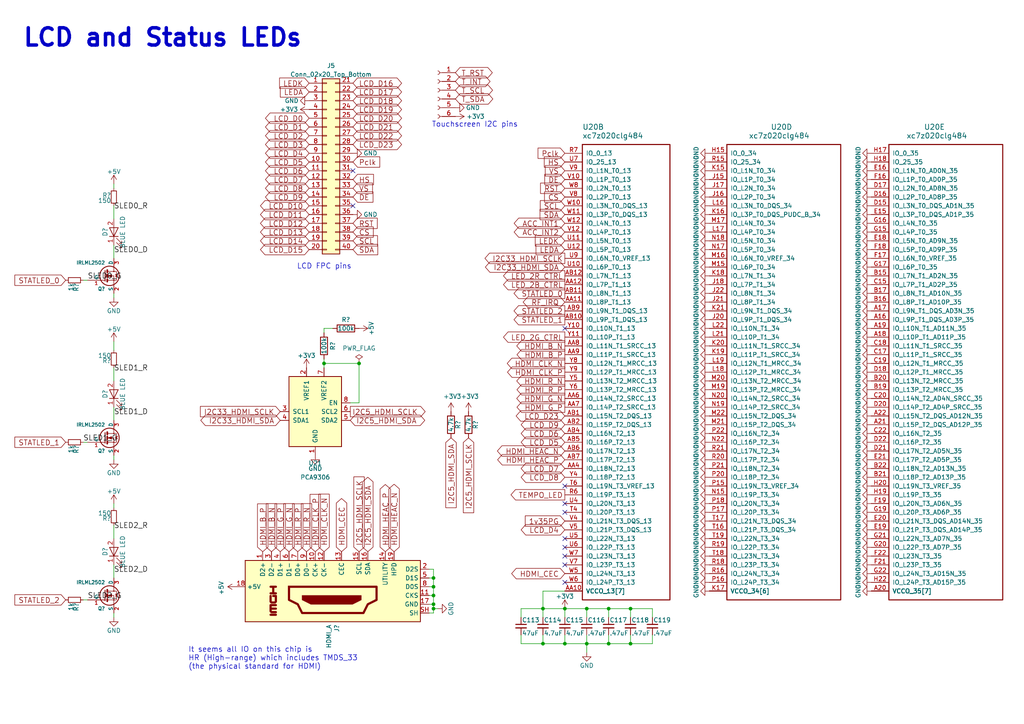
<source format=kicad_sch>
(kicad_sch (version 20230121) (generator eeschema)
  (paper "A4")
  (junction (at 176.53 186.69))
  (junction (at 125.73 170.18))
  (junction (at 163.83 186.69))
  (junction (at 170.18 186.69))
  (junction (at 182.88 176.53))
  (junction (at 104.14 105.41))
  (junction (at 157.48 186.69))
  (junction (at 182.88 186.69))
  (junction (at 93.98 105.41))
  (junction (at 125.73 176.53))
  (junction (at 157.48 176.53))
  (junction (at 125.73 175.26))
  (junction (at 163.83 176.53))
  (junction (at 125.73 167.64))
  (junction (at 170.18 176.53))
  (junction (at 176.53 176.53))
  (junction (at 125.73 172.72))
  (no_connect (at 163.83 168.91))
  (no_connect (at 102.362 49.53))
  (no_connect (at 163.83 140.97))
  (no_connect (at 163.83 158.75))
  (no_connect (at 163.83 163.83))
  (no_connect (at 163.83 148.59))
  (no_connect (at 163.83 95.25))
  (no_connect (at 163.83 146.05))
  (no_connect (at 163.83 156.21))
  (no_connect (at 102.362 59.69))
  (no_connect (at 163.83 161.29))
  (wire (pts (xy 157.48 176.53) (xy 157.48 179.07)))
  (wire (pts (xy 93.98 105.41) (xy 93.98 106.68)))
  (wire (pts (xy 124.46 167.64) (xy 125.73 167.64)))
  (wire (pts (xy 163.83 186.69) (xy 170.18 186.69)))
  (wire (pts (xy 170.18 176.53) (xy 170.18 179.07)))
  (wire (pts (xy 33.02 59.69) (xy 33.02 63.5)))
  (wire (pts (xy 170.18 176.53) (xy 176.53 176.53)))
  (wire (pts (xy 33.02 147.32) (xy 33.02 146.05)))
  (wire (pts (xy 163.83 184.15) (xy 163.83 186.69)))
  (wire (pts (xy 127 176.53) (xy 125.73 176.53)))
  (wire (pts (xy 24.13 128.27) (xy 25.4 128.27)))
  (wire (pts (xy 33.02 163.83) (xy 33.02 167.64)))
  (wire (pts (xy 93.98 95.25) (xy 93.98 96.52)))
  (wire (pts (xy 33.02 132.08) (xy 33.02 133.35)))
  (wire (pts (xy 176.53 186.69) (xy 182.88 186.69)))
  (wire (pts (xy 157.48 184.15) (xy 157.48 186.69)))
  (wire (pts (xy 125.73 167.64) (xy 125.73 165.1)))
  (wire (pts (xy 33.02 152.4) (xy 33.02 156.21)))
  (wire (pts (xy 157.48 171.45) (xy 157.48 176.53)))
  (wire (pts (xy 125.73 176.53) (xy 125.73 175.26)))
  (wire (pts (xy 124.46 177.8) (xy 125.73 177.8)))
  (wire (pts (xy 182.88 176.53) (xy 189.23 176.53)))
  (wire (pts (xy 124.46 170.18) (xy 125.73 170.18)))
  (wire (pts (xy 93.98 104.14) (xy 93.98 105.41)))
  (wire (pts (xy 182.88 179.07) (xy 182.88 176.53)))
  (wire (pts (xy 182.88 186.69) (xy 189.23 186.69)))
  (wire (pts (xy 151.13 176.53) (xy 157.48 176.53)))
  (wire (pts (xy 157.48 176.53) (xy 163.83 176.53)))
  (wire (pts (xy 24.13 81.28) (xy 25.4 81.28)))
  (wire (pts (xy 124.46 172.72) (xy 125.73 172.72)))
  (wire (pts (xy 170.18 186.69) (xy 170.18 189.23)))
  (wire (pts (xy 33.02 118.11) (xy 33.02 121.92)))
  (wire (pts (xy 125.73 175.26) (xy 125.73 172.72)))
  (wire (pts (xy 189.23 176.53) (xy 189.23 179.07)))
  (wire (pts (xy 182.88 184.15) (xy 182.88 186.69)))
  (wire (pts (xy 96.52 95.25) (xy 93.98 95.25)))
  (wire (pts (xy 125.73 165.1) (xy 124.46 165.1)))
  (wire (pts (xy 176.53 176.53) (xy 182.88 176.53)))
  (wire (pts (xy 125.73 177.8) (xy 125.73 176.53)))
  (wire (pts (xy 151.13 186.69) (xy 157.48 186.69)))
  (wire (pts (xy 163.83 176.53) (xy 170.18 176.53)))
  (wire (pts (xy 33.02 85.09) (xy 33.02 86.36)))
  (wire (pts (xy 189.23 186.69) (xy 189.23 184.15)))
  (wire (pts (xy 33.02 99.06) (xy 33.02 101.6)))
  (wire (pts (xy 163.83 176.53) (xy 163.83 179.07)))
  (wire (pts (xy 33.02 177.8) (xy 33.02 179.07)))
  (wire (pts (xy 104.14 116.84) (xy 101.6 116.84)))
  (wire (pts (xy 125.73 172.72) (xy 125.73 170.18)))
  (wire (pts (xy 125.73 170.18) (xy 125.73 167.64)))
  (wire (pts (xy 104.14 105.41) (xy 104.14 116.84)))
  (wire (pts (xy 33.02 71.12) (xy 33.02 74.93)))
  (wire (pts (xy 170.18 184.15) (xy 170.18 186.69)))
  (wire (pts (xy 33.02 106.68) (xy 33.02 110.49)))
  (wire (pts (xy 176.53 184.15) (xy 176.53 186.69)))
  (wire (pts (xy 33.02 54.61) (xy 33.02 53.34)))
  (wire (pts (xy 93.98 105.41) (xy 104.14 105.41)))
  (wire (pts (xy 24.13 173.99) (xy 25.4 173.99)))
  (wire (pts (xy 157.48 186.69) (xy 163.83 186.69)))
  (wire (pts (xy 176.53 176.53) (xy 176.53 179.07)))
  (wire (pts (xy 163.83 171.45) (xy 157.48 171.45)))
  (wire (pts (xy 151.13 186.69) (xy 151.13 184.15)))
  (wire (pts (xy 170.18 186.69) (xy 176.53 186.69)))
  (wire (pts (xy 125.73 175.26) (xy 124.46 175.26)))
  (wire (pts (xy 151.13 179.07) (xy 151.13 176.53)))
  (text "It seems all IO on this chip is \nHR (High-range) which includes TMDS_33\n(the physical standard for HDMI)" (at 54.61 194.31 0) (effects (font (size 1.524 1.524)) (justify left bottom)))
  (text "LCD FPC pins " (at 86.106 78.232 0) (effects (font (size 1.524 1.524)) (justify left bottom)))
  (text "Touchscreen I2C pins\n" (at 125.222 37.084 0) (effects (font (size 1.524 1.524)) (justify left bottom)))
  (text "LCD and Status LEDs" (at 6.35 13.97 0) (effects (font (size 5.0038 5.0038) (thickness 1.0008) bold) (justify left bottom)))
  (label "SLED1_G" (at 24.13 128.27 0) (effects (font (size 1.524 1.524))))
  (label "SLED2_D" (at 33.02 166.37 0) (effects (font (size 1.524 1.524))))
  (label "SLED0_G" (at 25.4 81.28 0) (effects (font (size 1.524 1.524))))
  (label "SLED0_D" (at 33.02 73.66 0) (effects (font (size 1.524 1.524))))
  (label "SLED2_G" (at 25.4 173.99 0) (effects (font (size 1.524 1.524))))
  (label "SLED2_R" (at 33.02 153.67 0) (effects (font (size 1.524 1.524))))
  (label "SLED1_D" (at 33.02 120.65 0) (effects (font (size 1.524 1.524))))
  (label "SLED0_R" (at 33.02 60.96 0) (effects (font (size 1.524 1.524))))
  (label "SLED1_R" (at 33.02 107.95 0) (effects (font (size 1.524 1.524))))
  (global_label "HDMI_R_P" (shape input) (at 86.36 160.02 90) (effects (font (size 1.524 1.524))) (property "Intersheetrefs" "${INTERSHEET_REFS}" (effects hide)))
  (global_label "LED_2B_CTRL" (shape output) (at 163.83 82.55 180) (effects (font (size 1.524 1.524))) (property "Intersheetrefs" "${INTERSHEET_REFS}" (effects hide)))
  (global_label "LED_2G_CTRL" (shape output) (at 163.83 97.79 180) (effects (font (size 1.524 1.524))) (property "Intersheetrefs" "${INTERSHEET_REFS}" (effects hide)))
  (global_label "LCD_D6" (shape bidirectional) (at 163.83 125.73 180) (effects (font (size 1.524 1.524))) (property "Intersheetrefs" "${INTERSHEET_REFS}" (effects hide)))
  (global_label "LCD_D11" (shape bidirectional) (at 89.662 62.23 180) (effects (font (size 1.524 1.524))) (property "Intersheetrefs" "${INTERSHEET_REFS}" (effects hide)))
  (global_label "LCD_D23" (shape bidirectional) (at 102.362 41.91 0) (effects (font (size 1.524 1.524))) (property "Intersheetrefs" "${INTERSHEET_REFS}" (effects hide)))
  (global_label "HDMI_CLK_P" (shape output) (at 163.83 107.95 180) (effects (font (size 1.524 1.524))) (property "Intersheetrefs" "${INTERSHEET_REFS}" (effects hide)))
  (global_label "LCD_D9" (shape bidirectional) (at 163.83 123.19 180) (effects (font (size 1.524 1.524))) (property "Intersheetrefs" "${INTERSHEET_REFS}" (effects hide)))
  (global_label "I2C5_HDMI_SDA" (shape bidirectional) (at 106.68 160.02 90) (effects (font (size 1.524 1.524))) (property "Intersheetrefs" "${INTERSHEET_REFS}" (effects hide)))
  (global_label "T_SCL" (shape bidirectional) (at 132.08 26.162 0) (effects (font (size 1.524 1.524))) (property "Intersheetrefs" "${INTERSHEET_REFS}" (effects hide)))
  (global_label "I2C33_HDMI_SCLK" (shape input) (at 81.28 119.38 180) (effects (font (size 1.524 1.524))) (property "Intersheetrefs" "${INTERSHEET_REFS}" (effects hide)))
  (global_label "TEMPO_LED" (shape output) (at 163.83 143.51 180) (effects (font (size 1.524 1.524))) (property "Intersheetrefs" "${INTERSHEET_REFS}" (effects hide)))
  (global_label "SDA" (shape input) (at 163.83 62.23 180) (effects (font (size 1.524 1.524))) (property "Intersheetrefs" "${INTERSHEET_REFS}" (effects hide)))
  (global_label "LCD_D2" (shape bidirectional) (at 89.662 39.37 180) (effects (font (size 1.524 1.524))) (property "Intersheetrefs" "${INTERSHEET_REFS}" (effects hide)))
  (global_label "Pclk" (shape input) (at 163.83 44.45 180) (effects (font (size 1.524 1.524))) (property "Intersheetrefs" "${INTERSHEET_REFS}" (effects hide)))
  (global_label "HDMI_CLK_P" (shape input) (at 91.44 160.02 90) (effects (font (size 1.524 1.524))) (property "Intersheetrefs" "${INTERSHEET_REFS}" (effects hide)))
  (global_label "HDMI_R_N" (shape output) (at 163.83 110.49 180) (effects (font (size 1.524 1.524))) (property "Intersheetrefs" "${INTERSHEET_REFS}" (effects hide)))
  (global_label "HDMI_B_P" (shape output) (at 163.83 102.87 180) (effects (font (size 1.524 1.524))) (property "Intersheetrefs" "${INTERSHEET_REFS}" (effects hide)))
  (global_label "RST" (shape input) (at 163.83 54.61 180) (effects (font (size 1.524 1.524))) (property "Intersheetrefs" "${INTERSHEET_REFS}" (effects hide)))
  (global_label "T_INT" (shape bidirectional) (at 132.08 23.622 0) (effects (font (size 1.524 1.524))) (property "Intersheetrefs" "${INTERSHEET_REFS}" (effects hide)))
  (global_label "HDMI_B_P" (shape input) (at 76.2 160.02 90) (effects (font (size 1.524 1.524))) (property "Intersheetrefs" "${INTERSHEET_REFS}" (effects hide)))
  (global_label "LCD_D8" (shape bidirectional) (at 89.662 54.61 180) (effects (font (size 1.524 1.524))) (property "Intersheetrefs" "${INTERSHEET_REFS}" (effects hide)))
  (global_label "LED_2R_CTRL" (shape output) (at 163.83 80.01 180) (effects (font (size 1.524 1.524))) (property "Intersheetrefs" "${INTERSHEET_REFS}" (effects hide)))
  (global_label "HDMI_B_N" (shape input) (at 78.74 160.02 90) (effects (font (size 1.524 1.524))) (property "Intersheetrefs" "${INTERSHEET_REFS}" (effects hide)))
  (global_label "Pclk" (shape input) (at 102.362 46.99 0) (effects (font (size 1.524 1.524))) (property "Intersheetrefs" "${INTERSHEET_REFS}" (effects hide)))
  (global_label "LEDK" (shape input) (at 163.83 69.85 180) (effects (font (size 1.524 1.524))) (property "Intersheetrefs" "${INTERSHEET_REFS}" (effects hide)))
  (global_label "STATLED_0" (shape input) (at 19.05 81.28 180) (effects (font (size 1.524 1.524))) (property "Intersheetrefs" "${INTERSHEET_REFS}" (effects hide)))
  (global_label "LCD_D1" (shape bidirectional) (at 89.662 36.83 180) (effects (font (size 1.524 1.524))) (property "Intersheetrefs" "${INTERSHEET_REFS}" (effects hide)))
  (global_label "LCD_D0" (shape bidirectional) (at 89.662 34.29 180) (effects (font (size 1.524 1.524))) (property "Intersheetrefs" "${INTERSHEET_REFS}" (effects hide)))
  (global_label "HDMI_G_P" (shape input) (at 81.28 160.02 90) (effects (font (size 1.524 1.524))) (property "Intersheetrefs" "${INTERSHEET_REFS}" (effects hide)))
  (global_label "LCD_D13" (shape bidirectional) (at 89.662 67.31 180) (effects (font (size 1.524 1.524))) (property "Intersheetrefs" "${INTERSHEET_REFS}" (effects hide)))
  (global_label "HDMI_HEAC_N" (shape bidirectional) (at 163.83 130.81 180) (effects (font (size 1.524 1.524))) (property "Intersheetrefs" "${INTERSHEET_REFS}" (effects hide)))
  (global_label "HDMI_HEAC_N" (shape bidirectional) (at 114.3 160.02 90) (effects (font (size 1.524 1.524))) (property "Intersheetrefs" "${INTERSHEET_REFS}" (effects hide)))
  (global_label "LEDA" (shape input) (at 89.662 26.67 180) (effects (font (size 1.524 1.524))) (property "Intersheetrefs" "${INTERSHEET_REFS}" (effects hide)))
  (global_label "CS" (shape input) (at 163.83 57.15 180) (effects (font (size 1.524 1.524))) (property "Intersheetrefs" "${INTERSHEET_REFS}" (effects hide)))
  (global_label "LEDK" (shape input) (at 89.662 24.13 180) (effects (font (size 1.524 1.524))) (property "Intersheetrefs" "${INTERSHEET_REFS}" (effects hide)))
  (global_label "SDA" (shape input) (at 102.362 72.39 0) (effects (font (size 1.524 1.524))) (property "Intersheetrefs" "${INTERSHEET_REFS}" (effects hide)))
  (global_label "VS" (shape input) (at 102.362 54.61 0) (effects (font (size 1.524 1.524))) (property "Intersheetrefs" "${INTERSHEET_REFS}" (effects hide)))
  (global_label "HS" (shape input) (at 102.362 52.07 0) (effects (font (size 1.524 1.524))) (property "Intersheetrefs" "${INTERSHEET_REFS}" (effects hide)))
  (global_label "ACC_INT1" (shape bidirectional) (at 163.83 64.77 180) (effects (font (size 1.524 1.524))) (property "Intersheetrefs" "${INTERSHEET_REFS}" (effects hide)))
  (global_label "HDMI_CLK_N" (shape output) (at 163.83 105.41 180) (effects (font (size 1.524 1.524))) (property "Intersheetrefs" "${INTERSHEET_REFS}" (effects hide)))
  (global_label "STATLED_2" (shape input) (at 19.05 173.99 180) (effects (font (size 1.524 1.524))) (property "Intersheetrefs" "${INTERSHEET_REFS}" (effects hide)))
  (global_label "HDMI_G_N" (shape output) (at 163.83 115.57 180) (effects (font (size 1.524 1.524))) (property "Intersheetrefs" "${INTERSHEET_REFS}" (effects hide)))
  (global_label "CS" (shape input) (at 102.362 67.31 0) (effects (font (size 1.524 1.524))) (property "Intersheetrefs" "${INTERSHEET_REFS}" (effects hide)))
  (global_label "VS" (shape input) (at 163.83 49.53 180) (effects (font (size 1.524 1.524))) (property "Intersheetrefs" "${INTERSHEET_REFS}" (effects hide)))
  (global_label "HDMI_HEAC_P" (shape bidirectional) (at 111.76 160.02 90) (effects (font (size 1.524 1.524))) (property "Intersheetrefs" "${INTERSHEET_REFS}" (effects hide)))
  (global_label "LCD_D14" (shape bidirectional) (at 89.662 69.85 180) (effects (font (size 1.524 1.524))) (property "Intersheetrefs" "${INTERSHEET_REFS}" (effects hide)))
  (global_label "LCD_D18" (shape bidirectional) (at 102.362 29.21 0) (effects (font (size 1.524 1.524))) (property "Intersheetrefs" "${INTERSHEET_REFS}" (effects hide)))
  (global_label "I2C5_HDMI_SCLK" (shape input) (at 104.14 160.02 90) (effects (font (size 1.524 1.524))) (property "Intersheetrefs" "${INTERSHEET_REFS}" (effects hide)))
  (global_label "HDMI_G_P" (shape output) (at 163.83 118.11 180) (effects (font (size 1.524 1.524))) (property "Intersheetrefs" "${INTERSHEET_REFS}" (effects hide)))
  (global_label "I2C5_HDMI_SCLK" (shape input) (at 135.89 127 270) (effects (font (size 1.524 1.524))) (property "Intersheetrefs" "${INTERSHEET_REFS}" (effects hide)))
  (global_label "T_SDA" (shape bidirectional) (at 132.08 28.702 0) (effects (font (size 1.524 1.524))) (property "Intersheetrefs" "${INTERSHEET_REFS}" (effects hide)))
  (global_label "I2C5_HDMI_SDA" (shape bidirectional) (at 101.6 121.92 0) (effects (font (size 1.524 1.524))) (property "Intersheetrefs" "${INTERSHEET_REFS}" (effects hide)))
  (global_label "LCD_D12" (shape bidirectional) (at 89.662 64.77 180) (effects (font (size 1.524 1.524))) (property "Intersheetrefs" "${INTERSHEET_REFS}" (effects hide)))
  (global_label "LCD_D20" (shape bidirectional) (at 102.362 34.29 0) (effects (font (size 1.524 1.524))) (property "Intersheetrefs" "${INTERSHEET_REFS}" (effects hide)))
  (global_label "LCD_D8" (shape bidirectional) (at 163.83 138.43 180) (effects (font (size 1.524 1.524))) (property "Intersheetrefs" "${INTERSHEET_REFS}" (effects hide)))
  (global_label "HDMI_R_P" (shape output) (at 163.83 113.03 180) (effects (font (size 1.524 1.524))) (property "Intersheetrefs" "${INTERSHEET_REFS}" (effects hide)))
  (global_label "HS" (shape input) (at 163.83 46.99 180) (effects (font (size 1.524 1.524))) (property "Intersheetrefs" "${INTERSHEET_REFS}" (effects hide)))
  (global_label "1v35PG" (shape input) (at 163.83 151.13 180) (effects (font (size 1.524 1.524))) (property "Intersheetrefs" "${INTERSHEET_REFS}" (effects hide)))
  (global_label "SCL" (shape input) (at 102.362 69.85 0) (effects (font (size 1.524 1.524))) (property "Intersheetrefs" "${INTERSHEET_REFS}" (effects hide)))
  (global_label "LCD_D19" (shape bidirectional) (at 102.362 31.75 0) (effects (font (size 1.524 1.524))) (property "Intersheetrefs" "${INTERSHEET_REFS}" (effects hide)))
  (global_label "LCD_D21" (shape bidirectional) (at 102.362 36.83 0) (effects (font (size 1.524 1.524))) (property "Intersheetrefs" "${INTERSHEET_REFS}" (effects hide)))
  (global_label "I2C33_HDMI_SDA" (shape bidirectional) (at 163.83 77.47 180) (effects (font (size 1.524 1.524))) (property "Intersheetrefs" "${INTERSHEET_REFS}" (effects hide)))
  (global_label "LCD_D7" (shape bidirectional) (at 163.83 135.89 180) (effects (font (size 1.524 1.524))) (property "Intersheetrefs" "${INTERSHEET_REFS}" (effects hide)))
  (global_label "HDMI_B_N" (shape output) (at 163.83 100.33 180) (effects (font (size 1.524 1.524))) (property "Intersheetrefs" "${INTERSHEET_REFS}" (effects hide)))
  (global_label "LCD_D15" (shape bidirectional) (at 89.662 72.39 180) (effects (font (size 1.524 1.524))) (property "Intersheetrefs" "${INTERSHEET_REFS}" (effects hide)))
  (global_label "HDMI_G_N" (shape input) (at 83.82 160.02 90) (effects (font (size 1.524 1.524))) (property "Intersheetrefs" "${INTERSHEET_REFS}" (effects hide)))
  (global_label "LCD_D5" (shape bidirectional) (at 89.662 46.99 180) (effects (font (size 1.524 1.524))) (property "Intersheetrefs" "${INTERSHEET_REFS}" (effects hide)))
  (global_label "HDMI_CEC" (shape bidirectional) (at 163.83 166.37 180) (effects (font (size 1.524 1.524))) (property "Intersheetrefs" "${INTERSHEET_REFS}" (effects hide)))
  (global_label "DE" (shape input) (at 163.83 52.07 180) (effects (font (size 1.524 1.524))) (property "Intersheetrefs" "${INTERSHEET_REFS}" (effects hide)))
  (global_label "RST" (shape input) (at 102.362 64.77 0) (effects (font (size 1.524 1.524))) (property "Intersheetrefs" "${INTERSHEET_REFS}" (effects hide)))
  (global_label "I2C5_HDMI_SCLK" (shape output) (at 101.6 119.38 0) (effects (font (size 1.524 1.524))) (property "Intersheetrefs" "${INTERSHEET_REFS}" (effects hide)))
  (global_label "RF_IRQ" (shape bidirectional) (at 163.83 87.63 180) (effects (font (size 1.524 1.524))) (property "Intersheetrefs" "${INTERSHEET_REFS}" (effects hide)))
  (global_label "LCD_D4" (shape bidirectional) (at 163.83 153.67 180) (effects (font (size 1.524 1.524))) (property "Intersheetrefs" "${INTERSHEET_REFS}" (effects hide)))
  (global_label "SCL" (shape input) (at 163.83 59.69 180) (effects (font (size 1.524 1.524))) (property "Intersheetrefs" "${INTERSHEET_REFS}" (effects hide)))
  (global_label "LCD_D16" (shape bidirectional) (at 102.362 24.13 0) (effects (font (size 1.524 1.524))) (property "Intersheetrefs" "${INTERSHEET_REFS}" (effects hide)))
  (global_label "STATLED_2" (shape output) (at 163.83 90.17 180) (effects (font (size 1.524 1.524))) (property "Intersheetrefs" "${INTERSHEET_REFS}" (effects hide)))
  (global_label "ACC_INT2" (shape bidirectional) (at 163.83 67.31 180) (effects (font (size 1.524 1.524))) (property "Intersheetrefs" "${INTERSHEET_REFS}" (effects hide)))
  (global_label "HDMI_CLK_N" (shape input) (at 93.98 160.02 90) (effects (font (size 1.524 1.524))) (property "Intersheetrefs" "${INTERSHEET_REFS}" (effects hide)))
  (global_label "STATLED_1" (shape input) (at 19.05 128.27 180) (effects (font (size 1.524 1.524))) (property "Intersheetrefs" "${INTERSHEET_REFS}" (effects hide)))
  (global_label "HDMI_CEC" (shape bidirectional) (at 99.06 160.02 90) (effects (font (size 1.524 1.524))) (property "Intersheetrefs" "${INTERSHEET_REFS}" (effects hide)))
  (global_label "HDMI_R_N" (shape input) (at 88.9 160.02 90) (effects (font (size 1.524 1.524))) (property "Intersheetrefs" "${INTERSHEET_REFS}" (effects hide)))
  (global_label "LCD_D7" (shape bidirectional) (at 89.662 52.07 180) (effects (font (size 1.524 1.524))) (property "Intersheetrefs" "${INTERSHEET_REFS}" (effects hide)))
  (global_label "T_RST" (shape bidirectional) (at 132.08 21.082 0) (effects (font (size 1.524 1.524))) (property "Intersheetrefs" "${INTERSHEET_REFS}" (effects hide)))
  (global_label "LCD_D23" (shape bidirectional) (at 163.83 120.65 180) (effects (font (size 1.524 1.524))) (property "Intersheetrefs" "${INTERSHEET_REFS}" (effects hide)))
  (global_label "LCD_D3" (shape bidirectional) (at 89.662 41.91 180) (effects (font (size 1.524 1.524))) (property "Intersheetrefs" "${INTERSHEET_REFS}" (effects hide)))
  (global_label "LCD_D9" (shape bidirectional) (at 89.662 57.15 180) (effects (font (size 1.524 1.524))) (property "Intersheetrefs" "${INTERSHEET_REFS}" (effects hide)))
  (global_label "LCD_D4" (shape bidirectional) (at 89.662 44.45 180) (effects (font (size 1.524 1.524))) (property "Intersheetrefs" "${INTERSHEET_REFS}" (effects hide)))
  (global_label "I2C33_HDMI_SCLK" (shape output) (at 163.83 74.93 180) (effects (font (size 1.524 1.524))) (property "Intersheetrefs" "${INTERSHEET_REFS}" (effects hide)))
  (global_label "LEDA" (shape input) (at 163.83 72.39 180) (effects (font (size 1.524 1.524))) (property "Intersheetrefs" "${INTERSHEET_REFS}" (effects hide)))
  (global_label "LCD_D6" (shape bidirectional) (at 89.662 49.53 180) (effects (font (size 1.524 1.524))) (property "Intersheetrefs" "${INTERSHEET_REFS}" (effects hide)))
  (global_label "DE" (shape input) (at 102.362 57.15 0) (effects (font (size 1.524 1.524))) (property "Intersheetrefs" "${INTERSHEET_REFS}" (effects hide)))
  (global_label "LCD_D10" (shape bidirectional) (at 89.662 59.69 180) (effects (font (size 1.524 1.524))) (property "Intersheetrefs" "${INTERSHEET_REFS}" (effects hide)))
  (global_label "LCD_D5" (shape bidirectional) (at 163.83 128.27 180) (effects (font (size 1.524 1.524))) (property "Intersheetrefs" "${INTERSHEET_REFS}" (effects hide)))
  (global_label "STATLED_1" (shape output) (at 163.83 92.71 180) (effects (font (size 1.524 1.524))) (property "Intersheetrefs" "${INTERSHEET_REFS}" (effects hide)))
  (global_label "LCD_D22" (shape bidirectional) (at 102.362 39.37 0) (effects (font (size 1.524 1.524))) (property "Intersheetrefs" "${INTERSHEET_REFS}" (effects hide)))
  (global_label "I2C33_HDMI_SDA" (shape bidirectional) (at 81.28 121.92 180) (effects (font (size 1.524 1.524))) (property "Intersheetrefs" "${INTERSHEET_REFS}" (effects hide)))
  (global_label "HDMI_HEAC_P" (shape bidirectional) (at 163.83 133.35 180) (effects (font (size 1.524 1.524))) (property "Intersheetrefs" "${INTERSHEET_REFS}" (effects hide)))
  (global_label "I2C5_HDMI_SDA" (shape input) (at 130.81 127 270) (effects (font (size 1.524 1.524))) (property "Intersheetrefs" "${INTERSHEET_REFS}" (effects hide)))
  (global_label "LCD_D17" (shape bidirectional) (at 102.362 26.67 0) (effects (font (size 1.524 1.524))) (property "Intersheetrefs" "${INTERSHEET_REFS}" (effects hide)))
  (global_label "STATLED_0" (shape output) (at 163.83 85.09 180) (effects (font (size 1.524 1.524))) (property "Intersheetrefs" "${INTERSHEET_REFS}" (effects hide)))
  (symbol (lib_id "Device:C_Small") (at 151.13 181.61 0) (unit 1)
    (property "Reference" "C113" (at 151.384 179.832 0) (effects (justify left)))
    (property "Value" "47uF" (at 151.384 183.642 0) (effects (justify left)))
    (property "Footprint" "Capacitor_SMD:C_1210_3225Metric" (effects hide))
    (property "MFR" "Murata Manufacturing Co Ltd" (effects hide))
    (property "MPN" "GRM32ER70J476ME20L" (effects hide))
    (property "SPR" "Digikey" (effects hide))
    (property "SPN" "490-6542-1-ND" (effects hide))
  )
  (symbol (lib_id "Device:C_Small") (at 157.48 181.61 0) (unit 1)
    (property "Reference" "C114" (at 157.734 179.832 0) (effects (justify left)))
    (property "Value" "4.7uF" (at 157.734 183.642 0) (effects (justify left)))
    (property "Footprint" "Capacitor_SMD:C_0402_1005Metric" (effects hide))
    (property "MFR" "Murata" (effects hide))
    (property "MPN" "GRM155R60G475ME47D" (effects hide))
    (property "SPR" "Digikey" (effects hide))
    (property "SPN" "490-11980-1-ND" (effects hide))
  )
  (symbol (lib_id "Device:C_Small") (at 163.83 181.61 0) (unit 1)
    (property "Reference" "C115" (at 164.084 179.832 0) (effects (justify left)))
    (property "Value" "4.7uF" (at 164.084 183.642 0) (effects (justify left)))
    (property "Footprint" "Capacitor_SMD:C_0402_1005Metric" (effects hide))
    (property "MFR" "Murata" (effects hide))
    (property "MPN" "GRM155R60G475ME47D" (effects hide))
    (property "SPR" "Digikey" (effects hide))
    (property "SPN" "490-11980-1-ND" (effects hide))
  )
  (symbol (lib_id "Device:C_Small") (at 170.18 181.61 0) (unit 1)
    (property "Reference" "C116" (at 170.434 179.832 0) (effects (justify left)))
    (property "Value" ".47uF" (at 170.434 183.642 0) (effects (justify left)))
    (property "Footprint" "Capacitor_SMD:C_0402_1005Metric" (effects hide))
    (property "MFR" "Yageo" (effects hide))
    (property "MPN" "CC0402KRX5R5BB474" (effects hide))
    (property "SPR" "Digikey" (effects hide))
    (property "SPN" "311-1684-1-ND" (effects hide))
  )
  (symbol (lib_id "Device:C_Small") (at 176.53 181.61 0) (unit 1)
    (property "Reference" "C117" (at 176.784 179.832 0) (effects (justify left)))
    (property "Value" ".47uF" (at 176.784 183.642 0) (effects (justify left)))
    (property "Footprint" "Capacitor_SMD:C_0402_1005Metric" (effects hide))
    (property "MFR" "Yageo" (effects hide))
    (property "MPN" "CC0402KRX5R5BB474" (effects hide))
    (property "SPR" "Digikey" (effects hide))
    (property "SPN" "311-1684-1-ND" (effects hide))
  )
  (symbol (lib_id "Device:C_Small") (at 182.88 181.61 0) (unit 1)
    (property "Reference" "C118" (at 183.134 179.832 0) (effects (justify left)))
    (property "Value" ".47uF" (at 183.134 183.642 0) (effects (justify left)))
    (property "Footprint" "Capacitor_SMD:C_0402_1005Metric" (effects hide))
    (property "MFR" "Yageo" (effects hide))
    (property "MPN" "CC0402KRX5R5BB474" (effects hide))
    (property "SPR" "Digikey" (effects hide))
    (property "SPN" "311-1684-1-ND" (effects hide))
  )
  (symbol (lib_id "Device:C_Small") (at 189.23 181.61 0) (unit 1)
    (property "Reference" "C119" (at 189.484 179.832 0) (effects (justify left)))
    (property "Value" ".47uF" (at 189.484 183.642 0) (effects (justify left)))
    (property "Footprint" "Capacitor_SMD:C_0402_1005Metric" (effects hide))
    (property "MFR" "Yageo" (effects hide))
    (property "MPN" "CC0402KRX5R5BB474" (effects hide))
    (property "SPR" "Digikey" (effects hide))
    (property "SPN" "311-1684-1-ND" (effects hide))
  )
  (symbol (lib_id "power:GND") (at 170.18 189.23 0) (unit 1)
    (property "Reference" "#PWR0188" (effects hide))
    (property "Value" "GND" (at 170.18 193.04 0))
  )
  (symbol (lib_id "DFTBoard-rescue:IRLML2502-") (at 30.48 127 0) (unit 1)
    (property "Reference" "Q?" (at 30.48 130.7846 0) (effects (font (size 1.016 1.016)) (justify right)))
    (property "Value" "IRLML2502" (at 30.48 123.19 0) (effects (font (size 1.016 1.016)) (justify right)))
    (property "Footprint" "Package_TO_SOT_SMD:SOT-23" (effects hide))
    (property "MFR" "Infineon Technologies AG" (effects hide))
    (property "MPN" "IRLML2502TRPBF" (effects hide))
    (property "SPR" "Digikey" (effects hide))
    (property "SPN" "IRLML2502PBFCT-ND" (effects hide))
    (instances (project "DFTBoard" (path "" (reference "Q?") (unit 1)) (path "" (reference "Q?") (unit 1)) (path "" (reference "Q9") (unit 1))))
  )
  (symbol (lib_id "DFTBoard-rescue:IRLML2502-") (at 30.48 80.01 0) (unit 1)
    (property "Reference" "Q?" (at 30.48 83.7946 0) (effects (font (size 1.016 1.016)) (justify right)))
    (property "Value" "IRLML2502" (at 30.48 76.2 0) (effects (font (size 1.016 1.016)) (justify right)))
    (property "Footprint" "Package_TO_SOT_SMD:SOT-23" (effects hide))
    (property "MFR" "Infineon Technologies AG" (effects hide))
    (property "MPN" "IRLML2502TRPBF" (effects hide))
    (property "SPR" "Digikey" (effects hide))
    (property "SPN" "IRLML2502PBFCT-ND" (effects hide))
    (instances (project "DFTBoard" (path "" (reference "Q?") (unit 1)) (path "" (reference "Q?") (unit 1)) (path "" (reference "Q8") (unit 1))))
  )
  (symbol (lib_id "power:GND") (at 33.02 133.35 0) (unit 1)
    (property "Reference" "#PWR?" (effects hide))
    (property "Value" "GND" (at 33.02 137.16 0))
    (instances (project "DFTBoard" (path "" (reference "#PWR?") (unit 1)) (path "" (reference "#PWR?") (unit 1)) (path "" (reference "#PWR0171") (unit 1))))
  )
  (symbol (lib_id "power:GND") (at 33.02 86.36 0) (unit 1)
    (property "Reference" "#PWR?" (effects hide))
    (property "Value" "GND" (at 33.02 90.17 0))
    (instances (project "DFTBoard" (path "" (reference "#PWR?") (unit 1)) (path "" (reference "#PWR?") (unit 1)) (path "" (reference "#PWR0169") (unit 1))))
  )
  (symbol (lib_id "Device:R_Small") (at 21.59 128.27 270) (unit 1)
    (property "Reference" "R?" (at 22.098 129.032 0) (effects (justify left)))
    (property "Value" "1k" (at 20.574 129.032 0) (effects (justify left)))
    (property "Footprint" "Resistor_SMD:R_0402_1005Metric" (effects hide))
    (property "MFR" "Yageo" (effects hide))
    (property "MPN" "RC0402FR-071KL" (effects hide))
    (property "SPR" "Digikey" (effects hide))
    (property "SPN" "311-1.00KLRCT-ND" (effects hide))
    (instances (project "DFTBoard" (path "" (reference "R?") (unit 1)) (path "" (reference "R?") (unit 1)) (path "" (reference "R79") (unit 1))))
  )
  (symbol (lib_id "Device:R_Small") (at 21.59 81.28 270) (unit 1)
    (property "Reference" "R?" (at 22.098 82.042 0) (effects (justify left)))
    (property "Value" "1k" (at 20.574 82.042 0) (effects (justify left)))
    (property "Footprint" "Resistor_SMD:R_0402_1005Metric" (effects hide))
    (property "MFR" "Yageo" (effects hide))
    (property "MPN" "RC0402FR-071KL" (effects hide))
    (property "SPR" "Digikey" (effects hide))
    (property "SPN" "311-1.00KLRCT-ND" (effects hide))
    (instances (project "DFTBoard" (path "" (reference "R?") (unit 1)) (path "" (reference "R?") (unit 1)) (path "" (reference "R77") (unit 1))))
  )
  (symbol (lib_id "DFTBoard-rescue:LED-") (at 33.02 114.3 90) (unit 1)
    (property "Reference" "D?" (at 30.48 114.3 0))
    (property "Value" "BLUE LED" (at 35.56 114.3 0))
    (property "Footprint" "Capacitor_SMD:C_0603_1608Metric" (effects hide))
    (property "MFR" "Vishay Semiconductors" (effects hide))
    (property "MPN" "VLMB1300-GS08" (effects hide))
    (property "SPR" "Digikey" (effects hide))
    (property "SPN" "VLMB1300-GS08CT-ND" (effects hide))
    (instances (project "DFTBoard" (path "" (reference "D?") (unit 1)) (path "" (reference "D?") (unit 1)) (path "" (reference "D5") (unit 1))))
  )
  (symbol (lib_id "DFTBoard-rescue:LED-") (at 33.02 67.31 90) (unit 1)
    (property "Reference" "D?" (at 30.48 67.31 0))
    (property "Value" "BLUE LED" (at 35.56 67.31 0))
    (property "Footprint" "Capacitor_SMD:C_0603_1608Metric" (effects hide))
    (property "MFR" "Vishay Semiconductors" (effects hide))
    (property "MPN" "VLMB1300-GS08" (effects hide))
    (property "SPR" "Digikey" (effects hide))
    (property "SPN" "VLMB1300-GS08CT-ND" (effects hide))
    (instances (project "DFTBoard" (path "" (reference "D?") (unit 1)) (path "" (reference "D?") (unit 1)) (path "" (reference "D4") (unit 1))))
  )
  (symbol (lib_id "Device:R_Small") (at 33.02 104.14 180) (unit 1)
    (property "Reference" "R?" (at 32.258 104.648 0) (effects (justify left)))
    (property "Value" "150" (at 32.258 103.124 0) (effects (justify left)))
    (property "Footprint" "Resistor_SMD:R_0402_1005Metric" (effects hide))
    (property "MFR" "Yageo" (effects hide))
    (property "MPN" "RC0402FR-07150RL" (effects hide))
    (property "SPR" "Digikey" (effects hide))
    (property "SPN" "311-150LRTR-ND" (effects hide))
    (instances (project "DFTBoard" (path "" (reference "R?") (unit 1)) (path "" (reference "R?") (unit 1)) (path "" (reference "R80") (unit 1))))
  )
  (symbol (lib_id "Device:R_Small") (at 33.02 57.15 0) (mirror y) (unit 1)
    (property "Reference" "R?" (at 32.258 56.642 0) (effects (justify left)))
    (property "Value" "150" (at 32.258 58.166 0) (effects (justify left)))
    (property "Footprint" "Resistor_SMD:R_0402_1005Metric" (effects hide))
    (property "MFR" "Yageo" (effects hide))
    (property "MPN" "RC0402FR-07150RL" (effects hide))
    (property "SPR" "Digikey" (effects hide))
    (property "SPN" "311-150LRTR-ND" (effects hide))
    (instances (project "DFTBoard" (path "" (reference "R?") (unit 1)) (path "" (reference "R?") (unit 1)) (path "" (reference "R78") (unit 1))))
  )
  (symbol (lib_id "power:+5V") (at 33.02 99.06 0) (unit 1)
    (property "Reference" "#PWR?" (effects hide))
    (property "Value" "+5V" (at 33.02 95.504 0))
    (instances (project "DFTBoard" (path "" (reference "#PWR?") (unit 1)) (path "" (reference "#PWR?") (unit 1)) (path "" (reference "#PWR0170") (unit 1))))
  )
  (symbol (lib_id "power:+5V") (at 33.02 53.34 0) (unit 1)
    (property "Reference" "#PWR?" (effects hide))
    (property "Value" "+5V" (at 33.02 49.784 0))
    (instances (project "DFTBoard" (path "" (reference "#PWR?") (unit 1)) (path "" (reference "#PWR?") (unit 1)) (path "" (reference "#PWR0168") (unit 1))))
  )
  (symbol (lib_id "DFTBoard-rescue:IRLML2502-") (at 30.48 172.72 0) (unit 1)
    (property "Reference" "Q?" (at 30.48 176.5046 0) (effects (font (size 1.016 1.016)) (justify right)))
    (property "Value" "IRLML2502" (at 30.48 168.91 0) (effects (font (size 1.016 1.016)) (justify right)))
    (property "Footprint" "Package_TO_SOT_SMD:SOT-23" (effects hide))
    (property "MFR" "Infineon Technologies AG" (effects hide))
    (property "MPN" "IRLML2502TRPBF" (effects hide))
    (property "SPR" "Digikey" (effects hide))
    (property "SPN" "IRLML2502PBFCT-ND" (effects hide))
    (instances (project "DFTBoard" (path "" (reference "Q?") (unit 1)) (path "" (reference "Q?") (unit 1)) (path "" (reference "Q10") (unit 1))))
  )
  (symbol (lib_id "power:GND") (at 33.02 179.07 0) (unit 1)
    (property "Reference" "#PWR?" (effects hide))
    (property "Value" "GND" (at 33.02 182.88 0))
    (instances (project "DFTBoard" (path "" (reference "#PWR?") (unit 1)) (path "" (reference "#PWR?") (unit 1)) (path "" (reference "#PWR0178") (unit 1))))
  )
  (symbol (lib_id "Device:R_Small") (at 21.59 173.99 270) (unit 1)
    (property "Reference" "R?" (at 22.098 174.752 0) (effects (justify left)))
    (property "Value" "1k" (at 20.574 174.752 0) (effects (justify left)))
    (property "Footprint" "Resistor_SMD:R_0402_1005Metric" (effects hide))
    (property "MFR" "Yageo" (effects hide))
    (property "MPN" "RC0402FR-071KL" (effects hide))
    (property "SPR" "Digikey" (effects hide))
    (property "SPN" "311-1.00KLRCT-ND" (effects hide))
    (instances (project "DFTBoard" (path "" (reference "R?") (unit 1)) (path "" (reference "R?") (unit 1)) (path "" (reference "R85") (unit 1))))
  )
  (symbol (lib_id "DFTBoard-rescue:LED-") (at 33.02 160.02 90) (unit 1)
    (property "Reference" "D?" (at 30.48 160.02 0))
    (property "Value" "BLUE LED" (at 35.56 160.02 0))
    (property "Footprint" "Capacitor_SMD:C_0603_1608Metric" (effects hide))
    (property "MFR" "Vishay Semiconductors" (effects hide))
    (property "MPN" "VLMB1300-GS08" (effects hide))
    (property "SPR" "Digikey" (effects hide))
    (property "SPN" "VLMB1300-GS08CT-ND" (effects hide))
    (instances (project "DFTBoard" (path "" (reference "D?") (unit 1)) (path "" (reference "D?") (unit 1)) (path "" (reference "D6") (unit 1))))
  )
  (symbol (lib_id "Device:R_Small") (at 33.02 149.86 180) (unit 1)
    (property "Reference" "R?" (at 32.258 150.368 0) (effects (justify left)))
    (property "Value" "150" (at 32.258 148.844 0) (effects (justify left)))
    (property "Footprint" "Resistor_SMD:R_0402_1005Metric" (effects hide))
    (property "MFR" "Yageo" (effects hide))
    (property "MPN" "RC0402FR-07150RL" (effects hide))
    (property "SPR" "Digikey" (effects hide))
    (property "SPN" "311-150LRTR-ND" (effects hide))
    (instances (project "DFTBoard" (path "" (reference "R?") (unit 1)) (path "" (reference "R?") (unit 1)) (path "" (reference "R86") (unit 1))))
  )
  (symbol (lib_id "power:+5V") (at 33.02 146.05 0) (unit 1)
    (property "Reference" "#PWR?" (effects hide))
    (property "Value" "+5V" (at 33.02 142.494 0))
    (instances (project "DFTBoard" (path "" (reference "#PWR?") (unit 1)) (path "" (reference "#PWR?") (unit 1)) (path "" (reference "#PWR0177") (unit 1))))
  )
  (symbol (lib_id "xilinx7:xc7z020clg484") (at 163.83 44.45 0) (unit 2)
    (property "Reference" "U20" (at 168.91 36.83 0) (effects (font (size 1.524 1.524)) (justify left)))
    (property "Value" "xc7z020clg484" (at 168.91 39.37 0) (effects (font (size 1.524 1.524)) (justify left)))
    (property "Footprint" "DFTcustom:BGA-484_19.0x19.0mm_Layout22x22_P0.80mm_dia0.40mm" (effects hide))
    (property "MFR" "Xilinx" (effects hide))
    (property "MPN" "XC7Z020-1CLG484C" (effects hide))
    (property "SPR" "Digikey" (effects hide))
    (property "SPN" "122-1850-ND" (effects hide))
    (property "SPURL" "-" (effects hide))
  )
  (symbol (lib_id "Connector:HDMI_A") (at 96.52 170.18 90) (mirror x) (unit 1)
    (property "Reference" "J?" (at 97.6884 181.102 0) (effects (justify left)))
    (property "Value" "HDMI_A" (at 95.377 181.102 0) (effects (justify left)))
    (property "Footprint" "DFTcustom:10029449-111RLF" (effects hide))
    (property "Datasheet" "https://en.wikipedia.org/wiki/HDMI" (effects hide))
    (property "MFR" "Amphenol ICC" (effects hide))
    (property "MPN" "10029449-111RLF" (effects hide))
    (property "SPR" "Digikey" (effects hide))
    (property "SPN" "609-4614-1-ND" (effects hide))
    (property "SPURL" "-" (effects hide))
    (instances (project "DFTBoard" (path "" (reference "J?") (unit 1)) (path "" (reference "J9") (unit 1))))
  )
  (symbol (lib_id "power:+5V") (at 68.58 170.18 90) (mirror x) (unit 1)
    (property "Reference" "#PWR?" (effects hide))
    (property "Value" "+5V" (at 64.1858 170.561 0))
    (instances (project "DFTBoard" (path "" (reference "#PWR?") (unit 1)) (path "" (reference "#PWR0174") (unit 1))))
  )
  (symbol (lib_id "power:GND") (at 127 176.53 90) (mirror x) (unit 1)
    (property "Reference" "#PWR0175" (effects hide))
    (property "Value" "GND" (at 130.81 176.53 0))
    (instances (project "DFTBoard" (path "" (reference "#PWR0175") (unit 1)) (path "" (reference "#PWR?") (unit 1))))
  )
  (symbol (lib_id "xilinx7:xc7z020clg484") (at 205.74 44.45 0) (unit 4)
    (property "Reference" "U20" (at 223.52 36.83 0) (effects (font (size 1.524 1.524)) (justify left)))
    (property "Value" "xc7z020clg484" (at 217.17 39.37 0) (effects (font (size 1.524 1.524)) (justify left)))
    (property "Footprint" "DFTcustom:BGA-484_19.0x19.0mm_Layout22x22_P0.80mm_dia0.40mm" (effects hide))
    (property "MFR" "Xilinx" (effects hide))
    (property "MPN" "XC7Z020-1CLG484C" (effects hide))
    (property "SPR" "Digikey" (effects hide))
    (property "SPN" "122-1850-ND" (effects hide))
    (property "SPURL" "-" (effects hide))
  )
  (symbol (lib_id "xilinx7:xc7z020clg484") (at 252.73 44.45 0) (unit 5)
    (property "Reference" "U20" (at 267.97 36.83 0) (effects (font (size 1.524 1.524)) (justify left)))
    (property "Value" "xc7z020clg484" (at 262.89 39.37 0) (effects (font (size 1.524 1.524)) (justify left)))
    (property "Footprint" "DFTcustom:BGA-484_19.0x19.0mm_Layout22x22_P0.80mm_dia0.40mm" (effects hide))
    (property "MFR" "Xilinx" (effects hide))
    (property "MPN" "XC7Z020-1CLG484C" (effects hide))
    (property "SPR" "Digikey" (effects hide))
    (property "SPN" "122-1850-ND" (effects hide))
    (property "SPURL" "-" (effects hide))
  )
  (symbol (lib_id "power:GND") (at 205.74 44.45 270) (unit 1)
    (property "Reference" "#PWR0211" (effects hide))
    (property "Value" "GND" (at 201.93 44.45 0))
  )
  (symbol (lib_id "Interface:PCA9306") (at 91.44 119.38 0) (unit 1)
    (property "Reference" "U21" (at 91.44 134.3406 0))
    (property "Value" "PCA9306" (at 91.44 138.43 0))
    (property "Footprint" "Package_SO:SSOP-8_2.95x2.8mm_P0.65mm" (effects hide))
    (property "Datasheet" "http://www.ti.com/lit/ds/symlink/pca9306.pdf" (effects hide))
    (property "MFR" "Texas Instruments" (effects hide))
    (property "MPN" "PCA9306DCTR" (effects hide))
    (property "SPR" "Digikey" (effects hide))
    (property "SPN" "296-18509-2-ND" (effects hide))
    (property "SPURL" "-" (effects hide))
  )
  (symbol (lib_id "power:GND") (at 205.74 46.99 270) (unit 1)
    (property "Reference" "#PWR0221" (effects hide))
    (property "Value" "GND" (at 201.93 46.99 0))
  )
  (symbol (lib_id "power:GND") (at 205.74 49.53 270) (unit 1)
    (property "Reference" "#PWR0228" (effects hide))
    (property "Value" "GND" (at 201.93 49.53 0))
  )
  (symbol (lib_id "power:GND") (at 205.74 52.07 270) (unit 1)
    (property "Reference" "#PWR0229" (effects hide))
    (property "Value" "GND" (at 201.93 52.07 0))
  )
  (symbol (lib_id "power:GND") (at 205.74 54.61 270) (unit 1)
    (property "Reference" "#PWR0232" (effects hide))
    (property "Value" "GND" (at 201.93 54.61 0))
  )
  (symbol (lib_id "power:GND") (at 205.74 57.15 270) (unit 1)
    (property "Reference" "#PWR0233" (effects hide))
    (property "Value" "GND" (at 201.93 57.15 0))
  )
  (symbol (lib_id "power:GND") (at 205.74 59.69 270) (unit 1)
    (property "Reference" "#PWR0234" (effects hide))
    (property "Value" "GND" (at 201.93 59.69 0))
  )
  (symbol (lib_id "power:GND") (at 205.74 62.23 270) (unit 1)
    (property "Reference" "#PWR0243" (effects hide))
    (property "Value" "GND" (at 201.93 62.23 0))
  )
  (symbol (lib_id "power:GND") (at 205.74 64.77 270) (unit 1)
    (property "Reference" "#PWR0244" (effects hide))
    (property "Value" "GND" (at 201.93 64.77 0))
  )
  (symbol (lib_id "power:GND") (at 205.74 67.31 270) (unit 1)
    (property "Reference" "#PWR0245" (effects hide))
    (property "Value" "GND" (at 201.93 67.31 0))
  )
  (symbol (lib_id "power:GND") (at 205.74 69.85 270) (unit 1)
    (property "Reference" "#PWR0246" (effects hide))
    (property "Value" "GND" (at 201.93 69.85 0))
  )
  (symbol (lib_id "power:GND") (at 205.74 72.39 270) (unit 1)
    (property "Reference" "#PWR0247" (effects hide))
    (property "Value" "GND" (at 201.93 72.39 0))
  )
  (symbol (lib_id "power:GND") (at 205.74 74.93 270) (unit 1)
    (property "Reference" "#PWR0248" (effects hide))
    (property "Value" "GND" (at 201.93 74.93 0))
  )
  (symbol (lib_id "power:GND") (at 205.74 77.47 270) (unit 1)
    (property "Reference" "#PWR0249" (effects hide))
    (property "Value" "GND" (at 201.93 77.47 0))
  )
  (symbol (lib_id "power:GND") (at 205.74 80.01 270) (unit 1)
    (property "Reference" "#PWR0250" (effects hide))
    (property "Value" "GND" (at 201.93 80.01 0))
  )
  (symbol (lib_id "power:GND") (at 205.74 82.55 270) (unit 1)
    (property "Reference" "#PWR0251" (effects hide))
    (property "Value" "GND" (at 201.93 82.55 0))
  )
  (symbol (lib_id "power:GND") (at 205.74 85.09 270) (unit 1)
    (property "Reference" "#PWR0252" (effects hide))
    (property "Value" "GND" (at 201.93 85.09 0))
  )
  (symbol (lib_id "power:GND") (at 205.74 87.63 270) (unit 1)
    (property "Reference" "#PWR0253" (effects hide))
    (property "Value" "GND" (at 201.93 87.63 0))
  )
  (symbol (lib_id "power:GND") (at 205.74 90.17 270) (unit 1)
    (property "Reference" "#PWR0254" (effects hide))
    (property "Value" "GND" (at 201.93 90.17 0))
  )
  (symbol (lib_id "power:GND") (at 205.74 92.71 270) (unit 1)
    (property "Reference" "#PWR0255" (effects hide))
    (property "Value" "GND" (at 201.93 92.71 0))
  )
  (symbol (lib_id "power:GND") (at 205.74 95.25 270) (unit 1)
    (property "Reference" "#PWR0256" (effects hide))
    (property "Value" "GND" (at 201.93 95.25 0))
  )
  (symbol (lib_id "power:GND") (at 205.74 97.79 270) (unit 1)
    (property "Reference" "#PWR0257" (effects hide))
    (property "Value" "GND" (at 201.93 97.79 0))
  )
  (symbol (lib_id "power:GND") (at 205.74 100.33 270) (unit 1)
    (property "Reference" "#PWR0258" (effects hide))
    (property "Value" "GND" (at 201.93 100.33 0))
  )
  (symbol (lib_id "power:GND") (at 205.74 102.87 270) (unit 1)
    (property "Reference" "#PWR0259" (effects hide))
    (property "Value" "GND" (at 201.93 102.87 0))
  )
  (symbol (lib_id "power:GND") (at 205.74 105.41 270) (unit 1)
    (property "Reference" "#PWR0260" (effects hide))
    (property "Value" "GND" (at 201.93 105.41 0))
  )
  (symbol (lib_id "power:GND") (at 205.74 107.95 270) (unit 1)
    (property "Reference" "#PWR0261" (effects hide))
    (property "Value" "GND" (at 201.93 107.95 0))
  )
  (symbol (lib_id "power:GND") (at 205.74 110.49 270) (unit 1)
    (property "Reference" "#PWR0262" (effects hide))
    (property "Value" "GND" (at 201.93 110.49 0))
  )
  (symbol (lib_id "power:GND") (at 205.74 113.03 270) (unit 1)
    (property "Reference" "#PWR0263" (effects hide))
    (property "Value" "GND" (at 201.93 113.03 0))
  )
  (symbol (lib_id "power:GND") (at 205.74 115.57 270) (unit 1)
    (property "Reference" "#PWR0264" (effects hide))
    (property "Value" "GND" (at 201.93 115.57 0))
  )
  (symbol (lib_id "power:GND") (at 205.74 118.11 270) (unit 1)
    (property "Reference" "#PWR0265" (effects hide))
    (property "Value" "GND" (at 201.93 118.11 0))
  )
  (symbol (lib_id "power:GND") (at 205.74 120.65 270) (unit 1)
    (property "Reference" "#PWR0266" (effects hide))
    (property "Value" "GND" (at 201.93 120.65 0))
  )
  (symbol (lib_id "power:GND") (at 205.74 123.19 270) (unit 1)
    (property "Reference" "#PWR0267" (effects hide))
    (property "Value" "GND" (at 201.93 123.19 0))
  )
  (symbol (lib_id "power:GND") (at 205.74 125.73 270) (unit 1)
    (property "Reference" "#PWR0268" (effects hide))
    (property "Value" "GND" (at 201.93 125.73 0))
  )
  (symbol (lib_id "power:GND") (at 205.74 128.27 270) (unit 1)
    (property "Reference" "#PWR0269" (effects hide))
    (property "Value" "GND" (at 201.93 128.27 0))
  )
  (symbol (lib_id "power:GND") (at 205.74 130.81 270) (unit 1)
    (property "Reference" "#PWR0270" (effects hide))
    (property "Value" "GND" (at 201.93 130.81 0))
  )
  (symbol (lib_id "power:GND") (at 205.74 133.35 270) (unit 1)
    (property "Reference" "#PWR0271" (effects hide))
    (property "Value" "GND" (at 201.93 133.35 0))
  )
  (symbol (lib_id "power:GND") (at 205.74 135.89 270) (unit 1)
    (property "Reference" "#PWR0272" (effects hide))
    (property "Value" "GND" (at 201.93 135.89 0))
  )
  (symbol (lib_id "power:GND") (at 205.74 138.43 270) (unit 1)
    (property "Reference" "#PWR0273" (effects hide))
    (property "Value" "GND" (at 201.93 138.43 0))
  )
  (symbol (lib_id "power:GND") (at 205.74 140.97 270) (unit 1)
    (property "Reference" "#PWR0274" (effects hide))
    (property "Value" "GND" (at 201.93 140.97 0))
  )
  (symbol (lib_id "power:GND") (at 205.74 143.51 270) (unit 1)
    (property "Reference" "#PWR0275" (effects hide))
    (property "Value" "GND" (at 201.93 143.51 0))
  )
  (symbol (lib_id "power:GND") (at 205.74 146.05 270) (unit 1)
    (property "Reference" "#PWR0276" (effects hide))
    (property "Value" "GND" (at 201.93 146.05 0))
  )
  (symbol (lib_id "power:GND") (at 205.74 148.59 270) (unit 1)
    (property "Reference" "#PWR0277" (effects hide))
    (property "Value" "GND" (at 201.93 148.59 0))
  )
  (symbol (lib_id "power:GND") (at 205.74 151.13 270) (unit 1)
    (property "Reference" "#PWR0278" (effects hide))
    (property "Value" "GND" (at 201.93 151.13 0))
  )
  (symbol (lib_id "power:GND") (at 205.74 153.67 270) (unit 1)
    (property "Reference" "#PWR0279" (effects hide))
    (property "Value" "GND" (at 201.93 153.67 0))
  )
  (symbol (lib_id "power:GND") (at 205.74 156.21 270) (unit 1)
    (property "Reference" "#PWR0280" (effects hide))
    (property "Value" "GND" (at 201.93 156.21 0))
  )
  (symbol (lib_id "power:GND") (at 205.74 158.75 270) (unit 1)
    (property "Reference" "#PWR0281" (effects hide))
    (property "Value" "GND" (at 201.93 158.75 0))
  )
  (symbol (lib_id "power:GND") (at 205.74 161.29 270) (unit 1)
    (property "Reference" "#PWR0282" (effects hide))
    (property "Value" "GND" (at 201.93 161.29 0))
  )
  (symbol (lib_id "power:GND") (at 205.74 163.83 270) (unit 1)
    (property "Reference" "#PWR0283" (effects hide))
    (property "Value" "GND" (at 201.93 163.83 0))
  )
  (symbol (lib_id "power:+3V3") (at 88.9 106.68 0) (unit 1)
    (property "Reference" "#PWR0340" (effects hide))
    (property "Value" "+3.3V" (at 88.9 103.124 0))
  )
  (symbol (lib_id "power:GND") (at 205.74 166.37 270) (unit 1)
    (property "Reference" "#PWR0284" (effects hide))
    (property "Value" "GND" (at 201.93 166.37 0))
  )
  (symbol (lib_id "power:GND") (at 205.74 168.91 270) (unit 1)
    (property "Reference" "#PWR0285" (effects hide))
    (property "Value" "GND" (at 201.93 168.91 0))
  )
  (symbol (lib_id "power:GND") (at 205.74 171.45 270) (unit 1)
    (property "Reference" "#PWR0286" (effects hide))
    (property "Value" "GND" (at 201.93 171.45 0))
  )
  (symbol (lib_id "power:+5V") (at 104.14 95.25 270) (unit 1)
    (property "Reference" "#PWR?" (effects hide))
    (property "Value" "+5V" (at 107.696 95.25 0))
    (instances (project "DFTBoard" (path "" (reference "#PWR?") (unit 1)) (path "" (reference "#PWR?") (unit 1)) (path "" (reference "#PWR0341") (unit 1))))
  )
  (symbol (lib_id "power:GND") (at 91.44 132.08 0) (mirror y) (unit 1)
    (property "Reference" "#PWR0342" (effects hide))
    (property "Value" "GND" (at 91.44 135.89 0))
    (instances (project "DFTBoard" (path "" (reference "#PWR0342") (unit 1)) (path "" (reference "#PWR?") (unit 1))))
  )
  (symbol (lib_id "power:GND") (at 252.73 44.45 270) (unit 1)
    (property "Reference" "#PWR0287" (effects hide))
    (property "Value" "GND" (at 248.92 44.45 0))
  )
  (symbol (lib_id "power:GND") (at 252.73 46.99 270) (unit 1)
    (property "Reference" "#PWR0288" (effects hide))
    (property "Value" "GND" (at 248.92 46.99 0))
  )
  (symbol (lib_id "power:GND") (at 252.73 49.53 270) (unit 1)
    (property "Reference" "#PWR0289" (effects hide))
    (property "Value" "GND" (at 248.92 49.53 0))
  )
  (symbol (lib_id "power:GND") (at 252.73 52.07 270) (unit 1)
    (property "Reference" "#PWR0290" (effects hide))
    (property "Value" "GND" (at 248.92 52.07 0))
  )
  (symbol (lib_id "power:GND") (at 252.73 54.61 270) (unit 1)
    (property "Reference" "#PWR0291" (effects hide))
    (property "Value" "GND" (at 248.92 54.61 0))
  )
  (symbol (lib_id "power:GND") (at 252.73 57.15 270) (unit 1)
    (property "Reference" "#PWR0292" (effects hide))
    (property "Value" "GND" (at 248.92 57.15 0))
  )
  (symbol (lib_id "power:GND") (at 252.73 59.69 270) (unit 1)
    (property "Reference" "#PWR0293" (effects hide))
    (property "Value" "GND" (at 248.92 59.69 0))
  )
  (symbol (lib_id "power:GND") (at 252.73 62.23 270) (unit 1)
    (property "Reference" "#PWR0294" (effects hide))
    (property "Value" "GND" (at 248.92 62.23 0))
  )
  (symbol (lib_id "power:GND") (at 252.73 64.77 270) (unit 1)
    (property "Reference" "#PWR0295" (effects hide))
    (property "Value" "GND" (at 248.92 64.77 0))
  )
  (symbol (lib_id "power:GND") (at 252.73 67.31 270) (unit 1)
    (property "Reference" "#PWR0296" (effects hide))
    (property "Value" "GND" (at 248.92 67.31 0))
  )
  (symbol (lib_id "power:GND") (at 252.73 69.85 270) (unit 1)
    (property "Reference" "#PWR0297" (effects hide))
    (property "Value" "GND" (at 248.92 69.85 0))
  )
  (symbol (lib_id "power:GND") (at 252.73 72.39 270) (unit 1)
    (property "Reference" "#PWR0298" (effects hide))
    (property "Value" "GND" (at 248.92 72.39 0))
  )
  (symbol (lib_id "power:GND") (at 252.73 74.93 270) (unit 1)
    (property "Reference" "#PWR0299" (effects hide))
    (property "Value" "GND" (at 248.92 74.93 0))
  )
  (symbol (lib_id "power:GND") (at 252.73 77.47 270) (unit 1)
    (property "Reference" "#PWR0300" (effects hide))
    (property "Value" "GND" (at 248.92 77.47 0))
  )
  (symbol (lib_id "power:GND") (at 252.73 80.01 270) (unit 1)
    (property "Reference" "#PWR0301" (effects hide))
    (property "Value" "GND" (at 248.92 80.01 0))
  )
  (symbol (lib_id "power:GND") (at 252.73 82.55 270) (unit 1)
    (property "Reference" "#PWR0302" (effects hide))
    (property "Value" "GND" (at 248.92 82.55 0))
  )
  (symbol (lib_id "power:GND") (at 252.73 85.09 270) (unit 1)
    (property "Reference" "#PWR0303" (effects hide))
    (property "Value" "GND" (at 248.92 85.09 0))
  )
  (symbol (lib_id "power:GND") (at 252.73 87.63 270) (unit 1)
    (property "Reference" "#PWR0304" (effects hide))
    (property "Value" "GND" (at 248.92 87.63 0))
  )
  (symbol (lib_id "power:GND") (at 252.73 90.17 270) (unit 1)
    (property "Reference" "#PWR0305" (effects hide))
    (property "Value" "GND" (at 248.92 90.17 0))
  )
  (symbol (lib_id "power:GND") (at 252.73 92.71 270) (unit 1)
    (property "Reference" "#PWR0306" (effects hide))
    (property "Value" "GND" (at 248.92 92.71 0))
  )
  (symbol (lib_id "power:GND") (at 252.73 95.25 270) (unit 1)
    (property "Reference" "#PWR0307" (effects hide))
    (property "Value" "GND" (at 248.92 95.25 0))
  )
  (symbol (lib_id "power:GND") (at 252.73 97.79 270) (unit 1)
    (property "Reference" "#PWR0308" (effects hide))
    (property "Value" "GND" (at 248.92 97.79 0))
  )
  (symbol (lib_id "power:GND") (at 252.73 100.33 270) (unit 1)
    (property "Reference" "#PWR0309" (effects hide))
    (property "Value" "GND" (at 248.92 100.33 0))
  )
  (symbol (lib_id "power:GND") (at 252.73 102.87 270) (unit 1)
    (property "Reference" "#PWR0310" (effects hide))
    (property "Value" "GND" (at 248.92 102.87 0))
  )
  (symbol (lib_id "power:GND") (at 252.73 105.41 270) (unit 1)
    (property "Reference" "#PWR0311" (effects hide))
    (property "Value" "GND" (at 248.92 105.41 0))
  )
  (symbol (lib_id "power:GND") (at 252.73 107.95 270) (unit 1)
    (property "Reference" "#PWR0312" (effects hide))
    (property "Value" "GND" (at 248.92 107.95 0))
  )
  (symbol (lib_id "power:GND") (at 252.73 110.49 270) (unit 1)
    (property "Reference" "#PWR0313" (effects hide))
    (property "Value" "GND" (at 248.92 110.49 0))
  )
  (symbol (lib_id "power:GND") (at 252.73 113.03 270) (unit 1)
    (property "Reference" "#PWR0314" (effects hide))
    (property "Value" "GND" (at 248.92 113.03 0))
  )
  (symbol (lib_id "power:GND") (at 252.73 115.57 270) (unit 1)
    (property "Reference" "#PWR0315" (effects hide))
    (property "Value" "GND" (at 248.92 115.57 0))
  )
  (symbol (lib_id "power:GND") (at 252.73 118.11 270) (unit 1)
    (property "Reference" "#PWR0316" (effects hide))
    (property "Value" "GND" (at 248.92 118.11 0))
  )
  (symbol (lib_id "power:GND") (at 252.73 120.65 270) (unit 1)
    (property "Reference" "#PWR0317" (effects hide))
    (property "Value" "GND" (at 248.92 120.65 0))
  )
  (symbol (lib_id "power:GND") (at 252.73 123.19 270) (unit 1)
    (property "Reference" "#PWR0318" (effects hide))
    (property "Value" "GND" (at 248.92 123.19 0))
  )
  (symbol (lib_id "power:GND") (at 252.73 125.73 270) (unit 1)
    (property "Reference" "#PWR0319" (effects hide))
    (property "Value" "GND" (at 248.92 125.73 0))
  )
  (symbol (lib_id "power:GND") (at 252.73 128.27 270) (unit 1)
    (property "Reference" "#PWR0320" (effects hide))
    (property "Value" "GND" (at 248.92 128.27 0))
  )
  (symbol (lib_id "power:GND") (at 252.73 130.81 270) (unit 1)
    (property "Reference" "#PWR0321" (effects hide))
    (property "Value" "GND" (at 248.92 130.81 0))
  )
  (symbol (lib_id "power:GND") (at 252.73 133.35 270) (unit 1)
    (property "Reference" "#PWR0322" (effects hide))
    (property "Value" "GND" (at 248.92 133.35 0))
  )
  (symbol (lib_id "power:GND") (at 252.73 135.89 270) (unit 1)
    (property "Reference" "#PWR0323" (effects hide))
    (property "Value" "GND" (at 248.92 135.89 0))
  )
  (symbol (lib_id "power:GND") (at 252.73 138.43 270) (unit 1)
    (property "Reference" "#PWR0324" (effects hide))
    (property "Value" "GND" (at 248.92 138.43 0))
  )
  (symbol (lib_id "power:GND") (at 252.73 140.97 270) (unit 1)
    (property "Reference" "#PWR0325" (effects hide))
    (property "Value" "GND" (at 248.92 140.97 0))
  )
  (symbol (lib_id "power:GND") (at 252.73 143.51 270) (unit 1)
    (property "Reference" "#PWR0326" (effects hide))
    (property "Value" "GND" (at 248.92 143.51 0))
  )
  (symbol (lib_id "power:GND") (at 252.73 146.05 270) (unit 1)
    (property "Reference" "#PWR0327" (effects hide))
    (property "Value" "GND" (at 248.92 146.05 0))
  )
  (symbol (lib_id "power:GND") (at 252.73 148.59 270) (unit 1)
    (property "Reference" "#PWR0328" (effects hide))
    (property "Value" "GND" (at 248.92 148.59 0))
  )
  (symbol (lib_id "power:GND") (at 252.73 151.13 270) (unit 1)
    (property "Reference" "#PWR0329" (effects hide))
    (property "Value" "GND" (at 248.92 151.13 0))
  )
  (symbol (lib_id "power:GND") (at 252.73 153.67 270) (unit 1)
    (property "Reference" "#PWR0330" (effects hide))
    (property "Value" "GND" (at 248.92 153.67 0))
  )
  (symbol (lib_id "power:GND") (at 252.73 156.21 270) (unit 1)
    (property "Reference" "#PWR0331" (effects hide))
    (property "Value" "GND" (at 248.92 156.21 0))
  )
  (symbol (lib_id "power:GND") (at 252.73 158.75 270) (unit 1)
    (property "Reference" "#PWR0332" (effects hide))
    (property "Value" "GND" (at 248.92 158.75 0))
  )
  (symbol (lib_id "power:GND") (at 252.73 161.29 270) (unit 1)
    (property "Reference" "#PWR0333" (effects hide))
    (property "Value" "GND" (at 248.92 161.29 0))
  )
  (symbol (lib_id "power:GND") (at 252.73 163.83 270) (unit 1)
    (property "Reference" "#PWR0334" (effects hide))
    (property "Value" "GND" (at 248.92 163.83 0))
  )
  (symbol (lib_id "power:GND") (at 252.73 166.37 270) (unit 1)
    (property "Reference" "#PWR0335" (effects hide))
    (property "Value" "GND" (at 248.92 166.37 0))
  )
  (symbol (lib_id "power:GND") (at 252.73 168.91 270) (unit 1)
    (property "Reference" "#PWR0336" (effects hide))
    (property "Value" "GND" (at 248.92 168.91 0))
  )
  (symbol (lib_id "power:GND") (at 252.73 171.45 270) (unit 1)
    (property "Reference" "#PWR0337" (effects hide))
    (property "Value" "GND" (at 248.92 171.45 0))
  )
  (symbol (lib_id "Device:R") (at 130.81 123.19 0) (unit 1)
    (property "Reference" "R?" (at 132.842 123.19 90))
    (property "Value" "4.7k" (at 130.81 123.19 90))
    (property "Footprint" "Resistor_SMD:R_0402_1005Metric" (effects hide))
    (property "MFR" "Yageo" (effects hide))
    (property "MPN" "RC0402JR-074K7L" (effects hide))
    (property "SPR" "Digikey" (effects hide))
    (property "SPN" "311-4.7KJRCT-ND" (effects hide))
    (instances (project "DFTBoard" (path "" (reference "R?") (unit 1)) (path "" (reference "R82") (unit 1)) (path "" (reference "R?") (unit 1)) (path "" (reference "R?") (unit 1))))
  )
  (symbol (lib_id "Device:R") (at 135.89 123.19 0) (unit 1)
    (property "Reference" "R?" (at 137.922 123.19 90))
    (property "Value" "4.7k" (at 135.89 123.19 90))
    (property "Footprint" "Resistor_SMD:R_0402_1005Metric" (effects hide))
    (property "MFR" "Yageo" (effects hide))
    (property "MPN" "RC0402JR-074K7L" (effects hide))
    (property "SPR" "Digikey" (effects hide))
    (property "SPN" "311-4.7KJRCT-ND" (effects hide))
    (instances (project "DFTBoard" (path "" (reference "R?") (unit 1)) (path "" (reference "R83") (unit 1)) (path "" (reference "R?") (unit 1)) (path "" (reference "R?") (unit 1))))
  )
  (symbol (lib_id "power:+3V3") (at 130.81 119.38 0) (unit 1)
    (property "Reference" "#PWR?" (effects hide))
    (property "Value" "+3.3V" (at 131.191 114.9858 0))
    (instances (project "DFTBoard" (path "" (reference "#PWR?") (unit 1)) (path "" (reference "#PWR?") (unit 1)) (path "" (reference "#PWR0344") (unit 1))))
  )
  (symbol (lib_id "power:+3V3") (at 135.89 119.38 0) (unit 1)
    (property "Reference" "#PWR?" (effects hide))
    (property "Value" "+3.3V" (at 136.271 114.9858 0))
    (instances (project "DFTBoard" (path "" (reference "#PWR?") (unit 1)) (path "" (reference "#PWR?") (unit 1)) (path "" (reference "#PWR0345") (unit 1))))
  )
  (symbol (lib_id "power:+3V3") (at 163.83 176.53 0) (unit 1)
    (property "Reference" "#PWR0172" (effects hide))
    (property "Value" "+3.3V" (at 163.83 172.974 0))
  )
  (symbol (lib_id "Device:R") (at 93.98 100.33 180) (unit 1)
    (property "Reference" "R?" (at 96.52 100.33 90))
    (property "Value" "100k" (at 93.98 100.33 90))
    (property "Footprint" "Resistor_SMD:R_0402_1005Metric" (effects hide))
    (property "MFR" "Yageo" (effects hide))
    (property "MPN" "RC0402FR-07100KL" (effects hide))
    (property "SPR" "Digikey" (effects hide))
    (property "SPN" "311-100KLRTR-ND" (effects hide))
    (instances (project "DFTBoard" (path "" (reference "R?") (unit 1)) (path "" (reference "R?") (unit 1)) (path "" (reference "R34") (unit 1))))
  )
  (symbol (lib_id "Device:R") (at 100.33 95.25 90) (unit 1)
    (property "Reference" "R?" (at 100.33 92.71 90))
    (property "Value" "100k" (at 100.33 95.25 90))
    (property "Footprint" "Resistor_SMD:R_0402_1005Metric" (effects hide))
    (property "MFR" "Yageo" (effects hide))
    (property "MPN" "RC0402FR-07100KL" (effects hide))
    (property "SPR" "Digikey" (effects hide))
    (property "SPN" "311-100KLRTR-ND" (effects hide))
    (instances (project "DFTBoard" (path "" (reference "R?") (unit 1)) (path "" (reference "R?") (unit 1)) (path "" (reference "R81") (unit 1))))
  )
  (symbol (lib_id "power:PWR_FLAG") (at 104.14 105.41 0) (unit 1)
    (property "Reference" "#FLG0102" (effects hide))
    (property "Value" "PWR_FLAG" (at 104.14 101.0158 0))
  )
  (symbol (lib_id "power:GND") (at 102.362 44.45 90) (mirror x) (unit 1)
    (property "Reference" "#PWR?" (effects hide))
    (property "Value" "GND" (at 107.442 44.45 90))
    (instances (project "DFTBoard" (path "" (reference "#PWR?") (unit 1)) (path "" (reference "#PWR?") (unit 1)) (path "" (reference "#PWR0184") (unit 1))) (project "DFTBoard" (path "" (reference "#PWR075") (unit 1))))
  )
  (symbol (lib_id "power:+3V3") (at 132.08 33.782 270) (unit 1)
    (property "Reference" "#PWR0126" (effects hide))
    (property "Value" "+3.3V" (at 137.922 33.782 90))
  )
  (symbol (lib_id "power:GND") (at 89.662 29.21 270) (unit 1)
    (property "Reference" "#PWR?" (effects hide))
    (property "Value" "GND" (at 84.582 29.21 90))
    (instances (project "DFTBoard" (path "" (reference "#PWR?") (unit 1)) (path "" (reference "#PWR?") (unit 1)) (path "" (reference "#PWR0146") (unit 1))) (project "DFTBoard" (path "" (reference "#PWR065") (unit 1))))
  )
  (symbol (lib_id "Connector_Generic:Conn_02x20_Top_Bottom") (at 94.742 46.99 0) (unit 1)
    (property "Reference" "J5" (at 96.012 19.05 0))
    (property "Value" "Conn_02x20_Top_Bottom" (at 96.012 21.59 0))
    (property "Footprint" "Connector_FFC-FPC:TE_4-1734839-0_1x40-1MP_P0.5mm_Horizontal" (effects hide))
    (instances (project "DFTBoard" (path "" (reference "J5") (unit 1))) (project "DFTBoard" (path "" (reference "J3") (unit 1))))
  )
  (symbol (lib_id "power:GND") (at 102.362 62.23 90) (mirror x) (unit 1)
    (property "Reference" "#PWR?" (effects hide))
    (property "Value" "GND" (at 107.442 62.23 90))
    (instances (project "DFTBoard" (path "" (reference "#PWR?") (unit 1)) (path "" (reference "#PWR?") (unit 1)) (path "" (reference "#PWR0185") (unit 1))) (project "DFTBoard" (path "" (reference "#PWR0124") (unit 1))))
  )
  (symbol (lib_id "power:+3V3") (at 89.662 31.75 90) (mirror x) (unit 1)
    (property "Reference" "#PWR074" (effects hide))
    (property "Value" "+3.3V" (at 83.82 31.75 90))
  )
  (symbol (lib_id "Connector:Conn_01x06_Female") (at 127 26.162 0) (mirror y) (unit 1)
    (property "Reference" "J4" (effects hide))
    (property "Value" "Conn_01x06_Female" (effects hide))
    (property "Footprint" "Connector_FFC-FPC:Hirose_FH12-6S-0.5SH_1x06-1MP_P0.50mm_Horizontal" (effects hide))
    (property "Datasheet" "https://www.digikey.com/en/products/detail/hirose-electric-co-ltd/FH12-6S-0-5SH-55/1089415" (effects hide))
  )
  (symbol (lib_id "power:GND") (at 132.08 31.242 90) (mirror x) (unit 1)
    (property "Reference" "#PWR?" (effects hide))
    (property "Value" "GND" (at 137.16 31.242 90))
    (instances (project "DFTBoard" (path "" (reference "#PWR?") (unit 1)) (path "" (reference "#PWR?") (unit 1)) (path "" (reference "#PWR0184") (unit 1))) (project "DFTBoard" (path "" (reference "#PWR0125") (unit 1))))
  )
)
</source>
